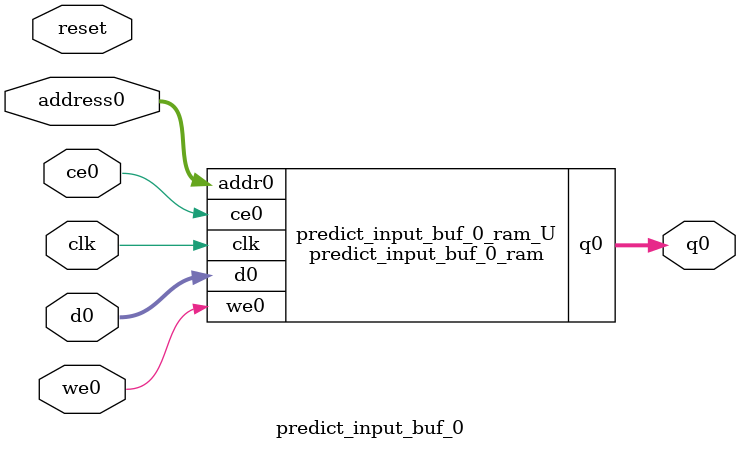
<source format=v>

`timescale 1 ns / 1 ps
module predict_input_buf_0_ram (addr0, ce0, d0, we0, q0,  clk);

parameter DWIDTH = 32;
parameter AWIDTH = 10;
parameter MEM_SIZE = 784;

input[AWIDTH-1:0] addr0;
input ce0;
input[DWIDTH-1:0] d0;
input we0;
output reg[DWIDTH-1:0] q0;
input clk;

(* ram_style = "block" *)reg [DWIDTH-1:0] ram[0:MEM_SIZE-1];




always @(posedge clk)  
begin 
    if (ce0) 
    begin
        if (we0) 
        begin 
            ram[addr0] <= d0; 
            q0 <= d0;
        end 
        else 
            q0 <= ram[addr0];
    end
end


endmodule


`timescale 1 ns / 1 ps
module predict_input_buf_0(
    reset,
    clk,
    address0,
    ce0,
    we0,
    d0,
    q0);

parameter DataWidth = 32'd32;
parameter AddressRange = 32'd784;
parameter AddressWidth = 32'd10;
input reset;
input clk;
input[AddressWidth - 1:0] address0;
input ce0;
input we0;
input[DataWidth - 1:0] d0;
output[DataWidth - 1:0] q0;



predict_input_buf_0_ram predict_input_buf_0_ram_U(
    .clk( clk ),
    .addr0( address0 ),
    .ce0( ce0 ),
    .we0( we0 ),
    .d0( d0 ),
    .q0( q0 ));

endmodule


</source>
